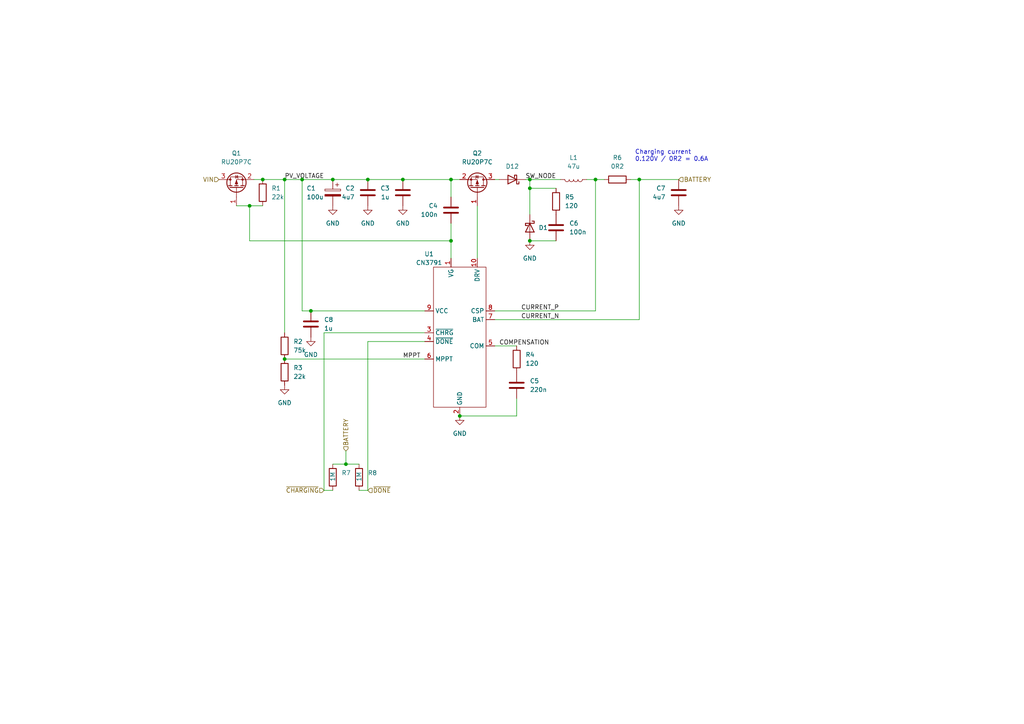
<source format=kicad_sch>
(kicad_sch (version 20220104) (generator eeschema)
  (paper "A4")
  (title_block (title "Solar MPPT charger") (date "2022-01-23") (rev "1") (company "Catnip electronics") (comment 1 "Albertas Mickėnas") (comment 2 "mic@wemakethings.net"))
  (lib_symbols
    (symbol "Device:C" (pin_numbers hide) (pin_names (offset 0.254))
      (property "Reference" "C" (at 0.635 2.54 0))
      (property "Value" "C" (at 0.635 -2.54 0))
      (symbol "C_0_1"
        (polyline (pts (xy -2.032 -0.762) (xy 2.032 -0.762)) (stroke (width 0.508)))
        (polyline (pts (xy -2.032 0.762) (xy 2.032 0.762)) (stroke (width 0.508)))
      )
      (symbol "C_1_1"
        (pin passive line (at 0 3.81 270) (length 2.794) (name "~") (number "1"))
        (pin passive line (at 0 -3.81 90) (length 2.794) (name "~") (number "2"))
      )
    )
    (symbol "Device:C_Polarized" (pin_numbers hide) (pin_names (offset 0.254))
      (property "Reference" "C" (at 0.635 2.54 0))
      (property "Value" "C_Polarized" (at 0.635 -2.54 0))
      (symbol "C_Polarized_0_1"
        (rectangle (start -2.286 0.508) (end 2.286 1.016))
        (polyline (pts (xy -1.778 2.286) (xy -0.762 2.286)))
        (polyline (pts (xy -1.27 2.794) (xy -1.27 1.778)))
        (rectangle (start 2.286 -0.508) (end -2.286 -1.016) (fill (type outline)))
      )
      (symbol "C_Polarized_1_1"
        (pin passive line (at 0 3.81 270) (length 2.794) (name "~") (number "1"))
        (pin passive line (at 0 -3.81 90) (length 2.794) (name "~") (number "2"))
      )
    )
    (symbol "Device:D_Schottky" (pin_numbers hide) (pin_names (offset 1.016) hide)
      (property "Reference" "D" (at 0 2.54 0))
      (property "Value" "D_Schottky" (at 0 -2.54 0))
      (symbol "D_Schottky_0_1"
        (polyline (pts (xy 1.27 0) (xy -1.27 0)))
        (polyline (pts (xy 1.27 1.27) (xy 1.27 -1.27) (xy -1.27 0) (xy 1.27 1.27)) (stroke (width 0.254)))
        (polyline (pts (xy -1.905 0.635) (xy -1.905 1.27) (xy -1.27 1.27) (xy -1.27 -1.27) (xy -0.635 -1.27) (xy -0.635 -0.635)) (stroke (width 0.254)))
      )
      (symbol "D_Schottky_1_1"
        (pin passive line (at -3.81 0 0) (length 2.54) (name "K") (number "1"))
        (pin passive line (at 3.81 0 180) (length 2.54) (name "A") (number "2"))
      )
    )
    (symbol "Device:L" (pin_numbers hide) (pin_names (offset 1.016) hide)
      (property "Reference" "L" (at -1.27 0 90))
      (property "Value" "L" (at 1.905 0 90))
      (symbol "L_0_1"
        (arc (start 0 -1.27) (mid -0.635 -1.905) (end 0 -2.54))
        (arc (start 0 0) (mid -0.635 -0.635) (end 0 -1.27))
        (arc (start 0 1.27) (mid -0.635 0.635) (end 0 0))
        (arc (start 0 2.54) (mid -0.635 1.905) (end 0 1.27))
      )
      (symbol "L_1_1"
        (pin passive line (at 0 3.81 270) (length 1.27) (name "1") (number "1"))
        (pin passive line (at 0 -3.81 90) (length 1.27) (name "2") (number "2"))
      )
    )
    (symbol "Device:Q_PMOS_GSD" (pin_names (offset 0) hide)
      (property "Reference" "Q" (at 5.08 1.27 0))
      (property "Value" "Q_PMOS_GSD" (at 5.08 -1.27 0))
      (symbol "Q_PMOS_GSD_0_1"
        (polyline (pts (xy 0.254 0) (xy -2.54 0)))
        (polyline (pts (xy 0.254 1.905) (xy 0.254 -1.905)) (stroke (width 0.254)))
        (polyline (pts (xy 0.762 -1.27) (xy 0.762 -2.286)) (stroke (width 0.254)))
        (polyline (pts (xy 0.762 0.508) (xy 0.762 -0.508)) (stroke (width 0.254)))
        (polyline (pts (xy 0.762 2.286) (xy 0.762 1.27)) (stroke (width 0.254)))
        (polyline (pts (xy 2.54 2.54) (xy 2.54 1.778)))
        (polyline (pts (xy 2.54 -2.54) (xy 2.54 0) (xy 0.762 0)))
        (polyline (pts (xy 0.762 1.778) (xy 3.302 1.778) (xy 3.302 -1.778) (xy 0.762 -1.778)))
        (polyline (pts (xy 2.286 0) (xy 1.27 0.381) (xy 1.27 -0.381) (xy 2.286 0)) (fill (type outline)))
        (polyline (pts (xy 2.794 -0.508) (xy 2.921 -0.381) (xy 3.683 -0.381) (xy 3.81 -0.254)))
        (polyline (pts (xy 3.302 -0.381) (xy 2.921 0.254) (xy 3.683 0.254) (xy 3.302 -0.381)))
        (circle (center 1.651 0) (radius 2.794) (stroke (width 0.254)))
        (circle (center 2.54 -1.778) (radius 0.254) (fill (type outline)))
        (circle (center 2.54 1.778) (radius 0.254) (fill (type outline)))
      )
      (symbol "Q_PMOS_GSD_1_1"
        (pin input line (at -5.08 0 0) (length 2.54) (name "G") (number "1"))
        (pin passive line (at 2.54 -5.08 90) (length 2.54) (name "S") (number "2"))
        (pin passive line (at 2.54 5.08 270) (length 2.54) (name "D") (number "3"))
      )
    )
    (symbol "Device:R" (pin_numbers hide) (pin_names (offset 0))
      (property "Reference" "R" (at 2.032 0 90))
      (property "Value" "R" (at 0 0 90))
      (symbol "R_0_1"
        (rectangle (start -1.016 -2.54) (end 1.016 2.54) (stroke (width 0.254)))
      )
      (symbol "R_1_1"
        (pin passive line (at 0 3.81 270) (length 1.27) (name "~") (number "1"))
        (pin passive line (at 0 -3.81 90) (length 1.27) (name "~") (number "2"))
      )
    )
    (symbol "miceuz:CN3791"
      (property "Reference" "U" (at 8.89 13.97 0))
      (property "Value" "CN3791" (at -11.43 13.97 0))
      (symbol "CN3791_0_0"
        (pin output line (at -2.54 16.51 270) (length 2.54) (name "VG") (number "1"))
        (pin output line (at 5.08 16.51 270) (length 2.54) (name "DRV") (number "10"))
        (pin power_in line (at 0 -29.21 90) (length 2.54) (name "GND") (number "2"))
        (pin open_collector line (at -10.16 -5.08 0) (length 2.54) (name "~{CHRG}") (number "3"))
        (pin open_collector line (at -10.16 -7.62 0) (length 2.54) (name "~{DONE}") (number "4"))
        (pin output line (at 10.16 -8.89 180) (length 2.54) (name "COM") (number "5"))
        (pin input line (at -10.16 -12.7 0) (length 2.54) (name "MPPT") (number "6"))
        (pin power_out line (at 10.16 -1.27 180) (length 2.54) (name "BAT") (number "7"))
        (pin input line (at 10.16 1.27 180) (length 2.54) (name "CSP") (number "8"))
        (pin power_in line (at -10.16 1.27 0) (length 2.54) (name "VCC") (number "9"))
      )
      (symbol "CN3791_0_1"
        (rectangle (start -7.62 13.97) (end 7.62 -26.67) (stroke (width 0.1524)))
      )
    )
    (symbol "power:GND" (power) (pin_names (offset 0))
      (property "Value" "GND" (at 0 -3.81 0))
      (symbol "GND_0_1"
        (polyline (pts (xy 0 0) (xy 0 -1.27) (xy 1.27 -1.27) (xy 0 -2.54) (xy -1.27 -1.27) (xy 0 -1.27)))
      )
      (symbol "GND_1_1"
        (pin power_in line (at 0 0 270) (length 0) hide (name "GND") (number "1"))
      )
    )
  )
  (junction (at 130.81 52.07))
  (junction (at 100.33 134.62))
  (junction (at 72.39 59.69))
  (junction (at 116.84 52.07))
  (junction (at 153.67 69.85))
  (junction (at 130.81 69.85))
  (junction (at 87.63 52.07))
  (junction (at 82.55 52.07))
  (junction (at 76.2 52.07))
  (junction (at 133.35 120.65))
  (junction (at 82.55 104.14))
  (junction (at 153.67 52.07))
  (junction (at 153.67 54.61))
  (junction (at 90.17 90.17))
  (junction (at 96.52 52.07))
  (junction (at 185.42 52.07))
  (junction (at 172.72 52.07))
  (junction (at 106.68 52.07))
  (wire (pts (xy 185.42 52.07) (xy 196.85 52.07)))
  (wire (pts (xy 72.39 59.69) (xy 72.39 69.85)))
  (wire (pts (xy 106.68 142.24) (xy 104.14 142.24)))
  (wire (pts (xy 172.72 52.07) (xy 175.26 52.07)))
  (wire (pts (xy 76.2 52.07) (xy 82.55 52.07)))
  (wire (pts (xy 68.58 59.69) (xy 72.39 59.69)))
  (wire (pts (xy 130.81 64.77) (xy 130.81 69.85)))
  (wire (pts (xy 130.81 52.07) (xy 130.81 57.15)))
  (wire (pts (xy 143.51 92.71) (xy 185.42 92.71)))
  (wire (pts (xy 170.18 52.07) (xy 172.72 52.07)))
  (wire (pts (xy 90.17 90.17) (xy 87.63 90.17)))
  (wire (pts (xy 153.67 69.85) (xy 161.29 69.85)))
  (wire (pts (xy 82.55 52.07) (xy 87.63 52.07)))
  (wire (pts (xy 138.43 59.69) (xy 138.43 74.93)))
  (wire (pts (xy 143.51 90.17) (xy 172.72 90.17)))
  (wire (pts (xy 72.39 59.69) (xy 76.2 59.69)))
  (wire (pts (xy 153.67 54.61) (xy 161.29 54.61)))
  (wire (pts (xy 153.67 52.07) (xy 162.56 52.07)))
  (wire (pts (xy 93.98 96.52) (xy 93.98 142.24)))
  (wire (pts (xy 116.84 52.07) (xy 130.81 52.07)))
  (wire (pts (xy 100.33 130.81) (xy 100.33 134.62)))
  (wire (pts (xy 185.42 92.71) (xy 185.42 52.07)))
  (wire (pts (xy 172.72 90.17) (xy 172.72 52.07)))
  (wire (pts (xy 73.66 52.07) (xy 76.2 52.07)))
  (wire (pts (xy 100.33 134.62) (xy 104.14 134.62)))
  (wire (pts (xy 96.52 134.62) (xy 100.33 134.62)))
  (wire (pts (xy 143.51 100.33) (xy 149.86 100.33)))
  (wire (pts (xy 72.39 69.85) (xy 130.81 69.85)))
  (wire (pts (xy 82.55 104.14) (xy 123.19 104.14)))
  (wire (pts (xy 153.67 52.07) (xy 153.67 54.61)))
  (wire (pts (xy 93.98 142.24) (xy 96.52 142.24)))
  (wire (pts (xy 106.68 52.07) (xy 116.84 52.07)))
  (wire (pts (xy 123.19 96.52) (xy 93.98 96.52)))
  (wire (pts (xy 149.86 115.57) (xy 149.86 120.65)))
  (wire (pts (xy 149.86 120.65) (xy 133.35 120.65)))
  (wire (pts (xy 87.63 90.17) (xy 87.63 52.07)))
  (wire (pts (xy 82.55 52.07) (xy 82.55 96.52)))
  (wire (pts (xy 123.19 99.06) (xy 106.68 99.06)))
  (wire (pts (xy 96.52 52.07) (xy 106.68 52.07)))
  (wire (pts (xy 87.63 52.07) (xy 96.52 52.07)))
  (wire (pts (xy 130.81 69.85) (xy 130.81 74.93)))
  (wire (pts (xy 133.35 52.07) (xy 130.81 52.07)))
  (wire (pts (xy 143.51 52.07) (xy 144.78 52.07)))
  (wire (pts (xy 152.4 52.07) (xy 153.67 52.07)))
  (wire (pts (xy 106.68 99.06) (xy 106.68 142.24)))
  (wire (pts (xy 182.88 52.07) (xy 185.42 52.07)))
  (wire (pts (xy 153.67 54.61) (xy 153.67 62.23)))
  (wire (pts (xy 123.19 90.17) (xy 90.17 90.17)))
  (text "Charging current \n0.120V / 0R2 = 0.6A" (at 184.15 46.99 0) (effects (font (size 1.27 1.27)) (justify left bottom)))
  (label "CURRENT_P" (at 151.13 90.17 0))
  (label "MPPT" (at 116.84 104.14 0))
  (label "PV_VOLTAGE" (at 82.55 52.07 0))
  (label "CURRENT_N" (at 151.13 92.71 0))
  (label "SW_NODE" (at 152.4 52.07 0))
  (label "COMPENSATION" (at 144.78 100.33 0))
  (hierarchical_label "~{DONE}" (shape input) (at 106.68 142.24 0))
  (hierarchical_label "BATTERY" (shape input) (at 100.33 130.81 90))
  (hierarchical_label "VIN" (shape input) (at 63.5 52.07 180))
  (hierarchical_label "~{CHARGING}" (shape input) (at 93.98 142.24 180))
  (hierarchical_label "BATTERY" (shape input) (at 196.85 52.07 0))
  (symbol (lib_id "Device:R") (at 149.86 104.14 180) (unit 1)
    (property "Reference" "R4" (at 152.4 102.8699 0) (effects (justify right)))
    (property "Value" "120" (at 152.4 105.4099 0) (effects (justify right)))
    (property "Footprint" "Resistor_SMD:R_0603_1608Metric" (effects hide))
  )
  (symbol (lib_id "power:GND") (at 196.85 59.69 0) (unit 1)
    (property "Reference" "#PWR0119" (effects hide))
    (property "Value" "GND" (at 196.85 64.77 0))
  )
  (symbol (lib_id "power:GND") (at 133.35 120.65 0) (unit 1)
    (property "Reference" "#PWR0107" (effects hide))
    (property "Value" "GND" (at 133.35 125.73 0))
  )
  (symbol (lib_id "Device:C") (at 130.81 60.96 0) (mirror x) (unit 1)
    (property "Reference" "C4" (at 127 59.6899 0) (effects (justify right)))
    (property "Value" "100n" (at 127 62.2299 0) (effects (justify right)))
    (property "Footprint" "Capacitor_SMD:C_0603_1608Metric" (effects hide))
  )
  (symbol (lib_id "Device:D_Schottky") (at 153.67 66.04 270) (unit 1)
    (property "Reference" "D1" (at 156.21 66.0399 90) (effects (justify left)))
    (property "Value" "D_Schottky" (effects hide))
    (property "Footprint" "Diode_SMD:D_SOD-323" (effects hide))
  )
  (symbol (lib_id "Device:R") (at 82.55 100.33 180) (unit 1)
    (property "Reference" "R2" (at 85.09 99.0599 0) (effects (justify right)))
    (property "Value" "75k" (at 85.09 101.5999 0) (effects (justify right)))
    (property "Footprint" "Resistor_SMD:R_0603_1608Metric" (effects hide))
  )
  (symbol (lib_id "power:GND") (at 106.68 59.69 0) (unit 1)
    (property "Reference" "#PWR0105" (effects hide))
    (property "Value" "GND" (at 106.68 64.77 0))
  )
  (symbol (lib_id "Device:C") (at 149.86 111.76 180) (unit 1)
    (property "Reference" "C5" (at 153.67 110.4899 0) (effects (justify right)))
    (property "Value" "220n" (at 153.67 113.0299 0) (effects (justify right)))
    (property "Footprint" "Capacitor_SMD:C_0603_1608Metric" (effects hide))
  )
  (symbol (lib_id "power:GND") (at 96.52 59.69 0) (unit 1)
    (property "Reference" "#PWR0106" (effects hide))
    (property "Value" "GND" (at 96.52 64.77 0))
  )
  (symbol (lib_id "Device:L") (at 166.37 52.07 90) (unit 1)
    (property "Reference" "L1" (at 166.37 45.72 90))
    (property "Value" "47u" (at 166.37 48.26 90))
    (property "Footprint" "Inductor_SMD:L_Coilcraft_XAL60xx_6.36x6.56mm" (effects hide))
  )
  (symbol (lib_id "power:GND") (at 82.55 111.76 0) (unit 1)
    (property "Reference" "#PWR0118" (effects hide))
    (property "Value" "GND" (at 82.55 116.84 0))
  )
  (symbol (lib_id "Device:C") (at 106.68 55.88 0) (mirror x) (unit 1)
    (property "Reference" "C2" (at 102.87 54.6099 0) (effects (justify right)))
    (property "Value" "4u7" (at 102.87 57.1499 0) (effects (justify right)))
    (property "Footprint" "Capacitor_SMD:C_0603_1608Metric" (effects hide))
  )
  (symbol (lib_id "Device:R") (at 76.2 55.88 180) (unit 1)
    (property "Reference" "R1" (at 78.74 54.6099 0) (effects (justify right)))
    (property "Value" "22k" (at 78.74 57.1499 0) (effects (justify right)))
    (property "Footprint" "Resistor_SMD:R_0603_1608Metric" (effects hide))
  )
  (symbol (lib_id "Device:R") (at 161.29 58.42 180) (unit 1)
    (property "Reference" "R5" (at 163.83 57.1499 0) (effects (justify right)))
    (property "Value" "120" (at 163.83 59.6899 0) (effects (justify right)))
    (property "Footprint" "Resistor_SMD:R_0603_1608Metric" (effects hide))
  )
  (symbol (lib_id "miceuz:CN3791") (at 133.35 91.44 0) (unit 1)
    (property "Reference" "U1" (at 124.46 73.66 0))
    (property "Value" "CN3791" (at 124.46 76.2 0))
    (property "Footprint" "Package_SO:SSOP-10_3.9x4.9mm_P1.00mm" (effects hide))
  )
  (symbol (lib_id "Device:C") (at 196.85 55.88 0) (mirror x) (unit 1)
    (property "Reference" "C7" (at 193.04 54.6099 0) (effects (justify right)))
    (property "Value" "4u7" (at 193.04 57.1499 0) (effects (justify right)))
    (property "Footprint" "Capacitor_SMD:C_0603_1608Metric" (effects hide))
  )
  (symbol (lib_id "Device:C") (at 161.29 66.04 180) (unit 1)
    (property "Reference" "C6" (at 165.1 64.7699 0) (effects (justify right)))
    (property "Value" "100n" (at 165.1 67.3099 0) (effects (justify right)))
    (property "Footprint" "Capacitor_SMD:C_0603_1608Metric" (effects hide))
  )
  (symbol (lib_id "Device:D_Schottky") (at 148.59 52.07 180) (unit 1)
    (property "Reference" "D12" (at 148.59 48.26 0))
    (property "Value" "D_Schottky" (effects hide))
    (property "Footprint" "Diode_SMD:D_SOD-323" (effects hide))
  )
  (symbol (lib_id "Device:R") (at 104.14 138.43 180) (unit 1)
    (property "Reference" "R8" (at 106.68 137.1599 0) (effects (justify right)))
    (property "Value" "1M" (at 104.14 139.6999 90) (effects (justify right)))
    (property "Footprint" "Resistor_SMD:R_0603_1608Metric" (effects hide))
  )
  (symbol (lib_id "power:GND") (at 116.84 59.69 0) (unit 1)
    (property "Reference" "#PWR0104" (effects hide))
    (property "Value" "GND" (at 116.84 64.77 0))
  )
  (symbol (lib_id "Device:C_Polarized") (at 96.52 55.88 0) (mirror y) (unit 1)
    (property "Reference" "C1" (at 88.9 54.61 0) (effects (justify right)))
    (property "Value" "100u" (at 88.9 57.15 0) (effects (justify right)))
    (property "Footprint" "Capacitor_SMD:CP_Elec_6.3x5.4_Nichicon" (effects hide))
    (property "Manufacturer" "KEMET" (effects hide))
    (property "PartNo" "EEV107M016S9GAA" (effects hide))
  )
  (symbol (lib_id "Device:R") (at 82.55 107.95 180) (unit 1)
    (property "Reference" "R3" (at 85.09 106.6799 0) (effects (justify right)))
    (property "Value" "22k" (at 85.09 109.2199 0) (effects (justify right)))
    (property "Footprint" "Resistor_SMD:R_0603_1608Metric" (effects hide))
  )
  (symbol (lib_id "Device:Q_PMOS_GSD") (at 138.43 54.61 270) (mirror x) (unit 1)
    (property "Reference" "Q2" (at 138.43 44.45 90))
    (property "Value" "RU20P7C" (at 138.43 46.99 90))
    (property "Footprint" "Package_TO_SOT_SMD:SOT-23" (effects hide))
  )
  (symbol (lib_id "power:GND") (at 90.17 97.79 0) (mirror y) (unit 1)
    (property "Reference" "#PWR0108" (effects hide))
    (property "Value" "GND" (at 90.17 102.87 0))
  )
  (symbol (lib_id "Device:R") (at 96.52 138.43 180) (unit 1)
    (property "Reference" "R7" (at 99.06 137.1599 0) (effects (justify right)))
    (property "Value" "1M" (at 96.52 139.6999 90) (effects (justify right)))
    (property "Footprint" "Resistor_SMD:R_0603_1608Metric" (effects hide))
  )
  (symbol (lib_id "Device:R") (at 179.07 52.07 90) (unit 1)
    (property "Reference" "R6" (at 179.07 45.72 90))
    (property "Value" "0R2" (at 179.07 48.26 90))
    (property "Footprint" "Resistor_SMD:R_2512_6332Metric" (effects hide))
  )
  (symbol (lib_id "Device:C") (at 116.84 55.88 0) (mirror x) (unit 1)
    (property "Reference" "C3" (at 113.03 54.6099 0) (effects (justify right)))
    (property "Value" "1u" (at 113.03 57.1499 0) (effects (justify right)))
    (property "Footprint" "Capacitor_SMD:C_0402_1005Metric" (effects hide))
  )
  (symbol (lib_id "Device:Q_PMOS_GSD") (at 68.58 54.61 90) (unit 1)
    (property "Reference" "Q1" (at 68.58 44.45 90))
    (property "Value" "RU20P7C" (at 68.58 46.99 90))
    (property "Footprint" "Package_TO_SOT_SMD:SOT-23" (effects hide))
  )
  (symbol (lib_id "Device:C") (at 90.17 93.98 180) (unit 1)
    (property "Reference" "C8" (at 93.98 92.7099 0) (effects (justify right)))
    (property "Value" "1u" (at 93.98 95.2499 0) (effects (justify right)))
    (property "Footprint" "Capacitor_SMD:C_0402_1005Metric" (effects hide))
  )
  (symbol (lib_id "power:GND") (at 153.67 69.85 0) (unit 1)
    (property "Reference" "#PWR0120" (effects hide))
    (property "Value" "GND" (at 153.67 74.93 0))
  )
)
</source>
